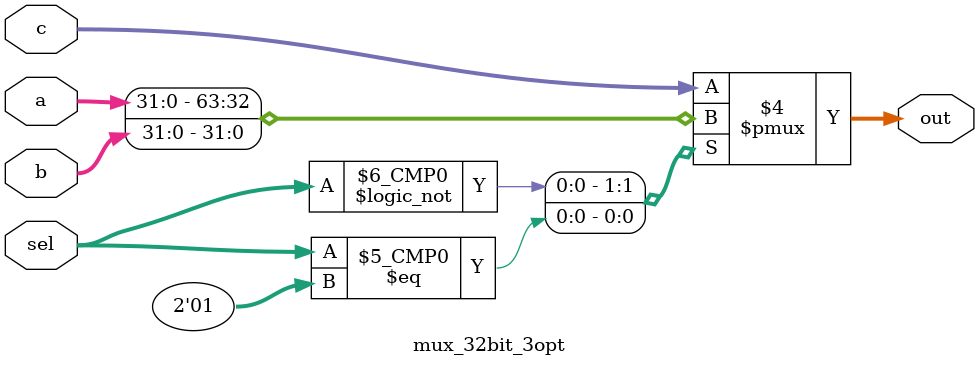
<source format=v>
`timescale 1ns / 1ps
module mux_32bit_3opt(
	input [31:0] a,
	input [31:0] b,
	input [31:0] c,
	input [1:0] sel,
	output reg [31:0] out
   );
	
	always @(*) begin
		case (sel)
			2'b00:
				out = a;
			2'b01:
				out = b;
			2'b10:
				out = c;
			default:
				out = c;
		endcase
	end


endmodule

</source>
